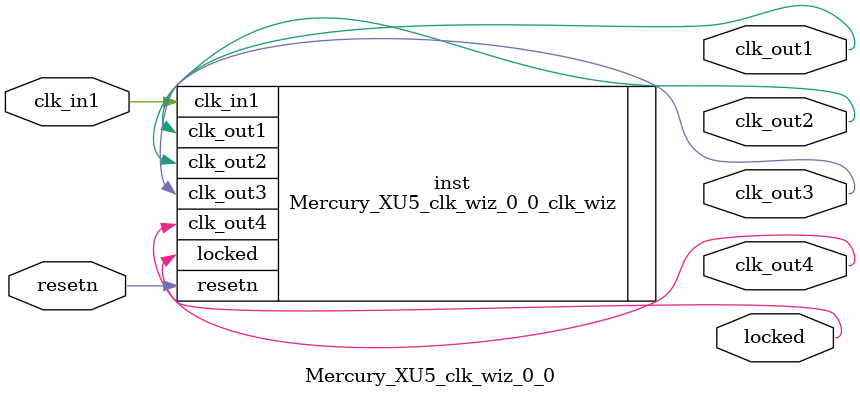
<source format=v>


`timescale 1ps/1ps

(* CORE_GENERATION_INFO = "Mercury_XU5_clk_wiz_0_0,clk_wiz_v6_0_5_0_0,{component_name=Mercury_XU5_clk_wiz_0_0,use_phase_alignment=false,use_min_o_jitter=false,use_max_i_jitter=false,use_dyn_phase_shift=false,use_inclk_switchover=false,use_dyn_reconfig=false,enable_axi=0,feedback_source=FDBK_AUTO,PRIMITIVE=MMCM,num_out_clk=4,clkin1_period=20.000,clkin2_period=10.0,use_power_down=false,use_reset=true,use_locked=true,use_inclk_stopped=false,feedback_type=SINGLE,CLOCK_MGR_TYPE=NA,manual_override=true}" *)

module Mercury_XU5_clk_wiz_0_0 
 (
  // Clock out ports
  output        clk_out1,
  output        clk_out2,
  output        clk_out3,
  output        clk_out4,
  // Status and control signals
  input         resetn,
  output        locked,
 // Clock in ports
  input         clk_in1
 );

  Mercury_XU5_clk_wiz_0_0_clk_wiz inst
  (
  // Clock out ports  
  .clk_out1(clk_out1),
  .clk_out2(clk_out2),
  .clk_out3(clk_out3),
  .clk_out4(clk_out4),
  // Status and control signals               
  .resetn(resetn), 
  .locked(locked),
 // Clock in ports
  .clk_in1(clk_in1)
  );

endmodule

</source>
